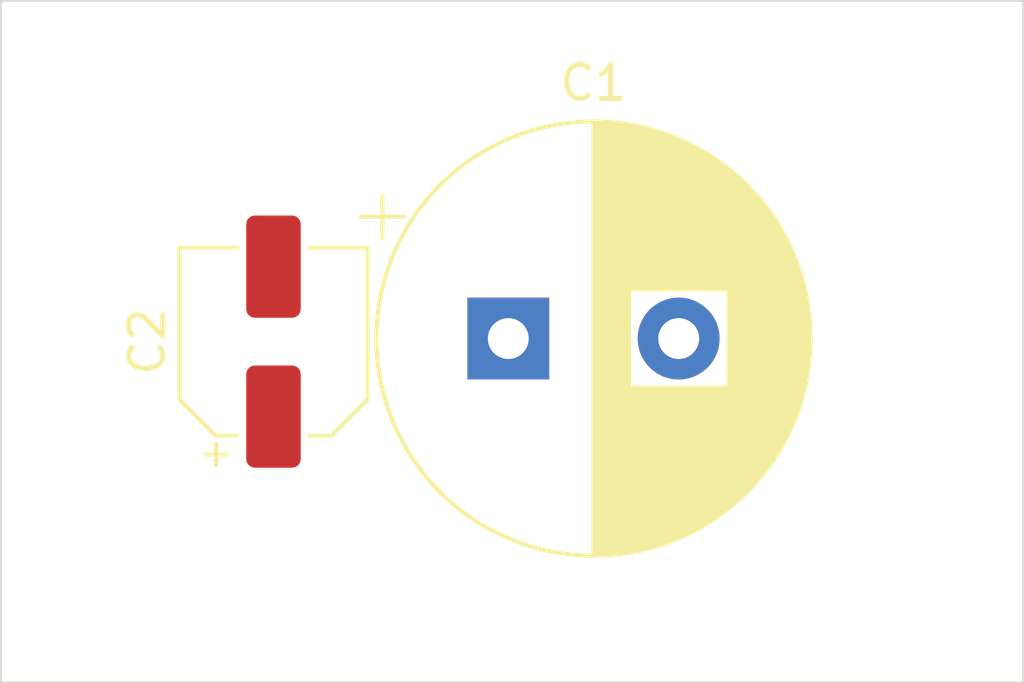
<source format=kicad_pcb>
(kicad_pcb (version 20241229) (generator "pcbnew") (generator_version "9.0")
  (layers (0 "F.Cu" signal) (2 "B.Cu" signal) (13 "F.Paste" user) (15 "B.Paste" user) (5 "F.SilkS" user "F.Silkscreen") (7 "B.SilkS" user "B.Silkscreen") (1 "F.Mask" user) (3 "B.Mask" user) (25 "Edge.Cuts" user))
  (net 0 "")
  (footprint "Capacitor_SMD:CP_Elec_5x5.7" (layer "F.Cu") (at 108 80 90)
    (property "Reference" "C2" (at 0 -3.7 90) (layer "F.SilkS"))
    (property "Value" "CP_Elec_5x5.7")
    (fp_line (start 2.76 -2.76) (end 2.76 -1.06) (stroke (width 0.12)) (layer "F.SilkS"))
    (fp_line (start -1.695563 -2.76) (end 2.76 -2.76) (stroke (width 0.12)) (layer "F.SilkS"))
    (fp_line (start -3.3125 -1.9975) (end -3.3125 -1.3725) (stroke (width 0.12)) (layer "F.SilkS"))
    (fp_line (start -2.76 -1.695563) (end -1.695563 -2.76) (stroke (width 0.12)) (layer "F.SilkS"))
    (fp_line (start -2.76 -1.695563) (end -2.76 -1.06) (stroke (width 0.12)) (layer "F.SilkS"))
    (fp_line (start -3.625 -1.685) (end -3 -1.685) (stroke (width 0.12)) (layer "F.SilkS"))
    (fp_line (start -2.76 1.695563) (end -2.76 1.06) (stroke (width 0.12)) (layer "F.SilkS"))
    (fp_line (start -2.76 1.695563) (end -1.695563 2.76) (stroke (width 0.12)) (layer "F.SilkS"))
    (fp_line (start 2.76 2.76) (end 2.76 1.06) (stroke (width 0.12)) (layer "F.SilkS"))
    (fp_line (start -1.695563 2.76) (end 2.76 2.76) (stroke (width 0.12)) (layer "F.SilkS"))
    (pad "1" smd roundrect (at -2.2 0 90) (size 3 1.6) (layers "F.Cu" "F.Mask" "F.Paste") (roundrect_rratio 0.15625))
    (pad "2" smd roundrect (at 2.2 0 90) (size 3 1.6) (layers "F.Cu" "F.Mask" "F.Paste") (roundrect_rratio 0.15625))
  )
  (footprint "Capacitor_THT:CP_Radial_D12.5mm_P5.00mm" (layer "F.Cu") (at 114.89 79.91)
    (property "Reference" "C1" (at 2.5 -7.5 0) (layer "F.SilkS"))
    (property "Value" "CP_Radial_D12.5mm_P5.00mm")
    (fp_line (start -4.317082 -3.575) (end -3.067082 -3.575) (stroke (width 0.12)) (layer "F.SilkS"))
    (fp_line (start -3.692082 -4.2) (end -3.692082 -2.95) (stroke (width 0.12)) (layer "F.SilkS"))
    (fp_line (start 2.5 -6.33) (end 2.5 6.33) (stroke (width 0.12)) (layer "F.SilkS"))
    (fp_line (start 2.54 -6.33) (end 2.54 6.33) (stroke (width 0.12)) (layer "F.SilkS"))
    (fp_line (start 2.58 -6.33) (end 2.58 6.33) (stroke (width 0.12)) (layer "F.SilkS"))
    (fp_line (start 2.62 -6.329) (end 2.62 6.329) (stroke (width 0.12)) (layer "F.SilkS"))
    (fp_line (start 2.66 -6.328) (end 2.66 6.328) (stroke (width 0.12)) (layer "F.SilkS"))
    (fp_line (start 2.7 -6.327) (end 2.7 6.327) (stroke (width 0.12)) (layer "F.SilkS"))
    (fp_line (start 2.74 -6.326) (end 2.74 6.326) (stroke (width 0.12)) (layer "F.SilkS"))
    (fp_line (start 2.78 -6.324) (end 2.78 6.324) (stroke (width 0.12)) (layer "F.SilkS"))
    (fp_line (start 2.82 -6.322) (end 2.82 6.322) (stroke (width 0.12)) (layer "F.SilkS"))
    (fp_line (start 2.86 -6.32) (end 2.86 6.32) (stroke (width 0.12)) (layer "F.SilkS"))
    (fp_line (start 2.9 -6.318) (end 2.9 6.318) (stroke (width 0.12)) (layer "F.SilkS"))
    (fp_line (start 2.94 -6.315) (end 2.94 6.315) (stroke (width 0.12)) (layer "F.SilkS"))
    (fp_line (start 2.98 -6.312) (end 2.98 6.312) (stroke (width 0.12)) (layer "F.SilkS"))
    (fp_line (start 3.02 -6.309) (end 3.02 6.309) (stroke (width 0.12)) (layer "F.SilkS"))
    (fp_line (start 3.06 -6.306) (end 3.06 6.306) (stroke (width 0.12)) (layer "F.SilkS"))
    (fp_line (start 3.1 -6.302) (end 3.1 6.302) (stroke (width 0.12)) (layer "F.SilkS"))
    (fp_line (start 3.14 -6.298) (end 3.14 6.298) (stroke (width 0.12)) (layer "F.SilkS"))
    (fp_line (start 3.18 -6.294) (end 3.18 6.294) (stroke (width 0.12)) (layer "F.SilkS"))
    (fp_line (start 3.221 -6.29) (end 3.221 6.29) (stroke (width 0.12)) (layer "F.SilkS"))
    (fp_line (start 3.261 -6.285) (end 3.261 6.285) (stroke (width 0.12)) (layer "F.SilkS"))
    (fp_line (start 3.301 -6.28) (end 3.301 6.28) (stroke (width 0.12)) (layer "F.SilkS"))
    (fp_line (start 3.341 -6.275) (end 3.341 6.275) (stroke (width 0.12)) (layer "F.SilkS"))
    (fp_line (start 3.381 -6.269) (end 3.381 6.269) (stroke (width 0.12)) (layer "F.SilkS"))
    (fp_line (start 3.421 -6.264) (end 3.421 6.264) (stroke (width 0.12)) (layer "F.SilkS"))
    (fp_line (start 3.461 -6.258) (end 3.461 6.258) (stroke (width 0.12)) (layer "F.SilkS"))
    (fp_line (start 3.501 -6.252) (end 3.501 6.252) (stroke (width 0.12)) (layer "F.SilkS"))
    (fp_line (start 3.541 -6.245) (end 3.541 6.245) (stroke (width 0.12)) (layer "F.SilkS"))
    (fp_line (start 3.581 -6.238) (end 3.581 -1.44) (stroke (width 0.12)) (layer "F.SilkS"))
    (fp_line (start 3.581 1.44) (end 3.581 6.238) (stroke (width 0.12)) (layer "F.SilkS"))
    (fp_line (start 3.621 -6.231) (end 3.621 -1.44) (stroke (width 0.12)) (layer "F.SilkS"))
    (fp_line (start 3.621 1.44) (end 3.621 6.231) (stroke (width 0.12)) (layer "F.SilkS"))
    (fp_line (start 3.661 -6.224) (end 3.661 -1.44) (stroke (width 0.12)) (layer "F.SilkS"))
    (fp_line (start 3.661 1.44) (end 3.661 6.224) (stroke (width 0.12)) (layer "F.SilkS"))
    (fp_line (start 3.701 -6.216) (end 3.701 -1.44) (stroke (width 0.12)) (layer "F.SilkS"))
    (fp_line (start 3.701 1.44) (end 3.701 6.216) (stroke (width 0.12)) (layer "F.SilkS"))
    (fp_line (start 3.741 -6.209) (end 3.741 -1.44) (stroke (width 0.12)) (layer "F.SilkS"))
    (fp_line (start 3.741 1.44) (end 3.741 6.209) (stroke (width 0.12)) (layer "F.SilkS"))
    (fp_line (start 3.781 -6.201) (end 3.781 -1.44) (stroke (width 0.12)) (layer "F.SilkS"))
    (fp_line (start 3.781 1.44) (end 3.781 6.201) (stroke (width 0.12)) (layer "F.SilkS"))
    (fp_line (start 3.821 -6.192) (end 3.821 -1.44) (stroke (width 0.12)) (layer "F.SilkS"))
    (fp_line (start 3.821 1.44) (end 3.821 6.192) (stroke (width 0.12)) (layer "F.SilkS"))
    (fp_line (start 3.861 -6.184) (end 3.861 -1.44) (stroke (width 0.12)) (layer "F.SilkS"))
    (fp_line (start 3.861 1.44) (end 3.861 6.184) (stroke (width 0.12)) (layer "F.SilkS"))
    (fp_line (start 3.901 -6.175) (end 3.901 -1.44) (stroke (width 0.12)) (layer "F.SilkS"))
    (fp_line (start 3.901 1.44) (end 3.901 6.175) (stroke (width 0.12)) (layer "F.SilkS"))
    (fp_line (start 3.941 -6.166) (end 3.941 -1.44) (stroke (width 0.12)) (layer "F.SilkS"))
    (fp_line (start 3.941 1.44) (end 3.941 6.166) (stroke (width 0.12)) (layer "F.SilkS"))
    (fp_line (start 3.981 -6.156) (end 3.981 -1.44) (stroke (width 0.12)) (layer "F.SilkS"))
    (fp_line (start 3.981 1.44) (end 3.981 6.156) (stroke (width 0.12)) (layer "F.SilkS"))
    (fp_line (start 4.021 -6.146) (end 4.021 -1.44) (stroke (width 0.12)) (layer "F.SilkS"))
    (fp_line (start 4.021 1.44) (end 4.021 6.146) (stroke (width 0.12)) (layer "F.SilkS"))
    (fp_line (start 4.061 -6.137) (end 4.061 -1.44) (stroke (width 0.12)) (layer "F.SilkS"))
    (fp_line (start 4.061 1.44) (end 4.061 6.137) (stroke (width 0.12)) (layer "F.SilkS"))
    (fp_line (start 4.101 -6.126) (end 4.101 -1.44) (stroke (width 0.12)) (layer "F.SilkS"))
    (fp_line (start 4.101 1.44) (end 4.101 6.126) (stroke (width 0.12)) (layer "F.SilkS"))
    (fp_line (start 4.141 -6.116) (end 4.141 -1.44) (stroke (width 0.12)) (layer "F.SilkS"))
    (fp_line (start 4.141 1.44) (end 4.141 6.116) (stroke (width 0.12)) (layer "F.SilkS"))
    (fp_line (start 4.181 -6.105) (end 4.181 -1.44) (stroke (width 0.12)) (layer "F.SilkS"))
    (fp_line (start 4.181 1.44) (end 4.181 6.105) (stroke (width 0.12)) (layer "F.SilkS"))
    (fp_line (start 4.221 -6.094) (end 4.221 -1.44) (stroke (width 0.12)) (layer "F.SilkS"))
    (fp_line (start 4.221 1.44) (end 4.221 6.094) (stroke (width 0.12)) (layer "F.SilkS"))
    (fp_line (start 4.261 -6.083) (end 4.261 -1.44) (stroke (width 0.12)) (layer "F.SilkS"))
    (fp_line (start 4.261 1.44) (end 4.261 6.083) (stroke (width 0.12)) (layer "F.SilkS"))
    (fp_line (start 4.301 -6.071) (end 4.301 -1.44) (stroke (width 0.12)) (layer "F.SilkS"))
    (fp_line (start 4.301 1.44) (end 4.301 6.071) (stroke (width 0.12)) (layer "F.SilkS"))
    (fp_line (start 4.341 -6.059) (end 4.341 -1.44) (stroke (width 0.12)) (layer "F.SilkS"))
    (fp_line (start 4.341 1.44) (end 4.341 6.059) (stroke (width 0.12)) (layer "F.SilkS"))
    (fp_line (start 4.381 -6.047) (end 4.381 -1.44) (stroke (width 0.12)) (layer "F.SilkS"))
    (fp_line (start 4.381 1.44) (end 4.381 6.047) (stroke (width 0.12)) (layer "F.SilkS"))
    (fp_line (start 4.421 -6.034) (end 4.421 -1.44) (stroke (width 0.12)) (layer "F.SilkS"))
    (fp_line (start 4.421 1.44) (end 4.421 6.034) (stroke (width 0.12)) (layer "F.SilkS"))
    (fp_line (start 4.461 -6.021) (end 4.461 -1.44) (stroke (width 0.12)) (layer "F.SilkS"))
    (fp_line (start 4.461 1.44) (end 4.461 6.021) (stroke (width 0.12)) (layer "F.SilkS"))
    (fp_line (start 4.501 -6.008) (end 4.501 -1.44) (stroke (width 0.12)) (layer "F.SilkS"))
    (fp_line (start 4.501 1.44) (end 4.501 6.008) (stroke (width 0.12)) (layer "F.SilkS"))
    (fp_line (start 4.541 -5.995) (end 4.541 -1.44) (stroke (width 0.12)) (layer "F.SilkS"))
    (fp_line (start 4.541 1.44) (end 4.541 5.995) (stroke (width 0.12)) (layer "F.SilkS"))
    (fp_line (start 4.581 -5.981) (end 4.581 -1.44) (stroke (width 0.12)) (layer "F.SilkS"))
    (fp_line (start 4.581 1.44) (end 4.581 5.981) (stroke (width 0.12)) (layer "F.SilkS"))
    (fp_line (start 4.621 -5.967) (end 4.621 -1.44) (stroke (width 0.12)) (layer "F.SilkS"))
    (fp_line (start 4.621 1.44) (end 4.621 5.967) (stroke (width 0.12)) (layer "F.SilkS"))
    (fp_line (start 4.661 -5.953) (end 4.661 -1.44) (stroke (width 0.12)) (layer "F.SilkS"))
    (fp_line (start 4.661 1.44) (end 4.661 5.953) (stroke (width 0.12)) (layer "F.SilkS"))
    (fp_line (start 4.701 -5.939) (end 4.701 -1.44) (stroke (width 0.12)) (layer "F.SilkS"))
    (fp_line (start 4.701 1.44) (end 4.701 5.939) (stroke (width 0.12)) (layer "F.SilkS"))
    (fp_line (start 4.741 -5.924) (end 4.741 -1.44) (stroke (width 0.12)) (layer "F.SilkS"))
    (fp_line (start 4.741 1.44) (end 4.741 5.924) (stroke (width 0.12)) (layer "F.SilkS"))
    (fp_line (start 4.781 -5.908) (end 4.781 -1.44) (stroke (width 0.12)) (layer "F.SilkS"))
    (fp_line (start 4.781 1.44) (end 4.781 5.908) (stroke (width 0.12)) (layer "F.SilkS"))
    (fp_line (start 4.821 -5.893) (end 4.821 -1.44) (stroke (width 0.12)) (layer "F.SilkS"))
    (fp_line (start 4.821 1.44) (end 4.821 5.893) (stroke (width 0.12)) (layer "F.SilkS"))
    (fp_line (start 4.861 -5.877) (end 4.861 -1.44) (stroke (width 0.12)) (layer "F.SilkS"))
    (fp_line (start 4.861 1.44) (end 4.861 5.877) (stroke (width 0.12)) (layer "F.SilkS"))
    (fp_line (start 4.901 -5.861) (end 4.901 -1.44) (stroke (width 0.12)) (layer "F.SilkS"))
    (fp_line (start 4.901 1.44) (end 4.901 5.861) (stroke (width 0.12)) (layer "F.SilkS"))
    (fp_line (start 4.941 -5.845) (end 4.941 -1.44) (stroke (width 0.12)) (layer "F.SilkS"))
    (fp_line (start 4.941 1.44) (end 4.941 5.845) (stroke (width 0.12)) (layer "F.SilkS"))
    (fp_line (start 4.981 -5.828) (end 4.981 -1.44) (stroke (width 0.12)) (layer "F.SilkS"))
    (fp_line (start 4.981 1.44) (end 4.981 5.828) (stroke (width 0.12)) (layer "F.SilkS"))
    (fp_line (start 5.021 -5.811) (end 5.021 -1.44) (stroke (width 0.12)) (layer "F.SilkS"))
    (fp_line (start 5.021 1.44) (end 5.021 5.811) (stroke (width 0.12)) (layer "F.SilkS"))
    (fp_line (start 5.061 -5.793) (end 5.061 -1.44) (stroke (width 0.12)) (layer "F.SilkS"))
    (fp_line (start 5.061 1.44) (end 5.061 5.793) (stroke (width 0.12)) (layer "F.SilkS"))
    (fp_line (start 5.101 -5.776) (end 5.101 -1.44) (stroke (width 0.12)) (layer "F.SilkS"))
    (fp_line (start 5.101 1.44) (end 5.101 5.776) (stroke (width 0.12)) (layer "F.SilkS"))
    (fp_line (start 5.141 -5.758) (end 5.141 -1.44) (stroke (width 0.12)) (layer "F.SilkS"))
    (fp_line (start 5.141 1.44) (end 5.141 5.758) (stroke (width 0.12)) (layer "F.SilkS"))
    (fp_line (start 5.181 -5.739) (end 5.181 -1.44) (stroke (width 0.12)) (layer "F.SilkS"))
    (fp_line (start 5.181 1.44) (end 5.181 5.739) (stroke (width 0.12)) (layer "F.SilkS"))
    (fp_line (start 5.221 -5.721) (end 5.221 -1.44) (stroke (width 0.12)) (layer "F.SilkS"))
    (fp_line (start 5.221 1.44) (end 5.221 5.721) (stroke (width 0.12)) (layer "F.SilkS"))
    (fp_line (start 5.261 -5.702) (end 5.261 -1.44) (stroke (width 0.12)) (layer "F.SilkS"))
    (fp_line (start 5.261 1.44) (end 5.261 5.702) (stroke (width 0.12)) (layer "F.SilkS"))
    (fp_line (start 5.301 -5.682) (end 5.301 -1.44) (stroke (width 0.12)) (layer "F.SilkS"))
    (fp_line (start 5.301 1.44) (end 5.301 5.682) (stroke (width 0.12)) (layer "F.SilkS"))
    (fp_line (start 5.341 -5.662) (end 5.341 -1.44) (stroke (width 0.12)) (layer "F.SilkS"))
    (fp_line (start 5.341 1.44) (end 5.341 5.662) (stroke (width 0.12)) (layer "F.SilkS"))
    (fp_line (start 5.381 -5.642) (end 5.381 -1.44) (stroke (width 0.12)) (layer "F.SilkS"))
    (fp_line (start 5.381 1.44) (end 5.381 5.642) (stroke (width 0.12)) (layer "F.SilkS"))
    (fp_line (start 5.421 -5.622) (end 5.421 -1.44) (stroke (width 0.12)) (layer "F.SilkS"))
    (fp_line (start 5.421 1.44) (end 5.421 5.622) (stroke (width 0.12)) (layer "F.SilkS"))
    (fp_line (start 5.461 -5.601) (end 5.461 -1.44) (stroke (width 0.12)) (layer "F.SilkS"))
    (fp_line (start 5.461 1.44) (end 5.461 5.601) (stroke (width 0.12)) (layer "F.SilkS"))
    (fp_line (start 5.501 -5.58) (end 5.501 -1.44) (stroke (width 0.12)) (layer "F.SilkS"))
    (fp_line (start 5.501 1.44) (end 5.501 5.58) (stroke (width 0.12)) (layer "F.SilkS"))
    (fp_line (start 5.541 -5.558) (end 5.541 -1.44) (stroke (width 0.12)) (layer "F.SilkS"))
    (fp_line (start 5.541 1.44) (end 5.541 5.558) (stroke (width 0.12)) (layer "F.SilkS"))
    (fp_line (start 5.581 -5.536) (end 5.581 -1.44) (stroke (width 0.12)) (layer "F.SilkS"))
    (fp_line (start 5.581 1.44) (end 5.581 5.536) (stroke (width 0.12)) (layer "F.SilkS"))
    (fp_line (start 5.621 -5.514) (end 5.621 -1.44) (stroke (width 0.12)) (layer "F.SilkS"))
    (fp_line (start 5.621 1.44) (end 5.621 5.514) (stroke (width 0.12)) (layer "F.SilkS"))
    (fp_line (start 5.661 -5.491) (end 5.661 -1.44) (stroke (width 0.12)) (layer "F.SilkS"))
    (fp_line (start 5.661 1.44) (end 5.661 5.491) (stroke (width 0.12)) (layer "F.SilkS"))
    (fp_line (start 5.701 -5.468) (end 5.701 -1.44) (stroke (width 0.12)) (layer "F.SilkS"))
    (fp_line (start 5.701 1.44) (end 5.701 5.468) (stroke (width 0.12)) (layer "F.SilkS"))
    (fp_line (start 5.741 -5.445) (end 5.741 -1.44) (stroke (width 0.12)) (layer "F.SilkS"))
    (fp_line (start 5.741 1.44) (end 5.741 5.445) (stroke (width 0.12)) (layer "F.SilkS"))
    (fp_line (start 5.781 -5.421) (end 5.781 -1.44) (stroke (width 0.12)) (layer "F.SilkS"))
    (fp_line (start 5.781 1.44) (end 5.781 5.421) (stroke (width 0.12)) (layer "F.SilkS"))
    (fp_line (start 5.821 -5.397) (end 5.821 -1.44) (stroke (width 0.12)) (layer "F.SilkS"))
    (fp_line (start 5.821 1.44) (end 5.821 5.397) (stroke (width 0.12)) (layer "F.SilkS"))
    (fp_line (start 5.861 -5.372) (end 5.861 -1.44) (stroke (width 0.12)) (layer "F.SilkS"))
    (fp_line (start 5.861 1.44) (end 5.861 5.372) (stroke (width 0.12)) (layer "F.SilkS"))
    (fp_line (start 5.901 -5.347) (end 5.901 -1.44) (stroke (width 0.12)) (layer "F.SilkS"))
    (fp_line (start 5.901 1.44) (end 5.901 5.347) (stroke (width 0.12)) (layer "F.SilkS"))
    (fp_line (start 5.941 -5.322) (end 5.941 -1.44) (stroke (width 0.12)) (layer "F.SilkS"))
    (fp_line (start 5.941 1.44) (end 5.941 5.322) (stroke (width 0.12)) (layer "F.SilkS"))
    (fp_line (start 5.981 -5.296) (end 5.981 -1.44) (stroke (width 0.12)) (layer "F.SilkS"))
    (fp_line (start 5.981 1.44) (end 5.981 5.296) (stroke (width 0.12)) (layer "F.SilkS"))
    (fp_line (start 6.021 -5.27) (end 6.021 -1.44) (stroke (width 0.12)) (layer "F.SilkS"))
    (fp_line (start 6.021 1.44) (end 6.021 5.27) (stroke (width 0.12)) (layer "F.SilkS"))
    (fp_line (start 6.061 -5.243) (end 6.061 -1.44) (stroke (width 0.12)) (layer "F.SilkS"))
    (fp_line (start 6.061 1.44) (end 6.061 5.243) (stroke (width 0.12)) (layer "F.SilkS"))
    (fp_line (start 6.101 -5.216) (end 6.101 -1.44) (stroke (width 0.12)) (layer "F.SilkS"))
    (fp_line (start 6.101 1.44) (end 6.101 5.216) (stroke (width 0.12)) (layer "F.SilkS"))
    (fp_line (start 6.141 -5.188) (end 6.141 -1.44) (stroke (width 0.12)) (layer "F.SilkS"))
    (fp_line (start 6.141 1.44) (end 6.141 5.188) (stroke (width 0.12)) (layer "F.SilkS"))
    (fp_line (start 6.181 -5.16) (end 6.181 -1.44) (stroke (width 0.12)) (layer "F.SilkS"))
    (fp_line (start 6.181 1.44) (end 6.181 5.16) (stroke (width 0.12)) (layer "F.SilkS"))
    (fp_line (start 6.221 -5.131) (end 6.221 -1.44) (stroke (width 0.12)) (layer "F.SilkS"))
    (fp_line (start 6.221 1.44) (end 6.221 5.131) (stroke (width 0.12)) (layer "F.SilkS"))
    (fp_line (start 6.261 -5.102) (end 6.261 -1.44) (stroke (width 0.12)) (layer "F.SilkS"))
    (fp_line (start 6.261 1.44) (end 6.261 5.102) (stroke (width 0.12)) (layer "F.SilkS"))
    (fp_line (start 6.301 -5.073) (end 6.301 -1.44) (stroke (width 0.12)) (layer "F.SilkS"))
    (fp_line (start 6.301 1.44) (end 6.301 5.073) (stroke (width 0.12)) (layer "F.SilkS"))
    (fp_line (start 6.341 -5.043) (end 6.341 -1.44) (stroke (width 0.12)) (layer "F.SilkS"))
    (fp_line (start 6.341 1.44) (end 6.341 5.043) (stroke (width 0.12)) (layer "F.SilkS"))
    (fp_line (start 6.381 -5.012) (end 6.381 -1.44) (stroke (width 0.12)) (layer "F.SilkS"))
    (fp_line (start 6.381 1.44) (end 6.381 5.012) (stroke (width 0.12)) (layer "F.SilkS"))
    (fp_line (start 6.421 -4.982) (end 6.421 -1.44) (stroke (width 0.12)) (layer "F.SilkS"))
    (fp_line (start 6.421 1.44) (end 6.421 4.982) (stroke (width 0.12)) (layer "F.SilkS"))
    (fp_line (start 6.461 -4.95) (end 6.461 4.95) (stroke (width 0.12)) (layer "F.SilkS"))
    (fp_line (start 6.501 -4.918) (end 6.501 4.918) (stroke (width 0.12)) (layer "F.SilkS"))
    (fp_line (start 6.541 -4.885) (end 6.541 4.885) (stroke (width 0.12)) (layer "F.SilkS"))
    (fp_line (start 6.581 -4.852) (end 6.581 4.852) (stroke (width 0.12)) (layer "F.SilkS"))
    (fp_line (start 6.621 -4.819) (end 6.621 4.819) (stroke (width 0.12)) (layer "F.SilkS"))
    (fp_line (start 6.661 -4.785) (end 6.661 4.785) (stroke (width 0.12)) (layer "F.SilkS"))
    (fp_line (start 6.701 -4.75) (end 6.701 4.75) (stroke (width 0.12)) (layer "F.SilkS"))
    (fp_line (start 6.741 -4.714) (end 6.741 4.714) (stroke (width 0.12)) (layer "F.SilkS"))
    (fp_line (start 6.781 -4.678) (end 6.781 4.678) (stroke (width 0.12)) (layer "F.SilkS"))
    (fp_line (start 6.821 -4.642) (end 6.821 4.642) (stroke (width 0.12)) (layer "F.SilkS"))
    (fp_line (start 6.861 -4.605) (end 6.861 4.605) (stroke (width 0.12)) (layer "F.SilkS"))
    (fp_line (start 6.901 -4.567) (end 6.901 4.567) (stroke (width 0.12)) (layer "F.SilkS"))
    (fp_line (start 6.941 -4.528) (end 6.941 4.528) (stroke (width 0.12)) (layer "F.SilkS"))
    (fp_line (start 6.981 -4.489) (end 6.981 4.489) (stroke (width 0.12)) (layer "F.SilkS"))
    (fp_line (start 7.021 -4.449) (end 7.021 4.449) (stroke (width 0.12)) (layer "F.SilkS"))
    (fp_line (start 7.061 -4.408) (end 7.061 4.408) (stroke (width 0.12)) (layer "F.SilkS"))
    (fp_line (start 7.101 -4.367) (end 7.101 4.367) (stroke (width 0.12)) (layer "F.SilkS"))
    (fp_line (start 7.141 -4.325) (end 7.141 4.325) (stroke (width 0.12)) (layer "F.SilkS"))
    (fp_line (start 7.181 -4.282) (end 7.181 4.282) (stroke (width 0.12)) (layer "F.SilkS"))
    (fp_line (start 7.221 -4.238) (end 7.221 4.238) (stroke (width 0.12)) (layer "F.SilkS"))
    (fp_line (start 7.261 -4.194) (end 7.261 4.194) (stroke (width 0.12)) (layer "F.SilkS"))
    (fp_line (start 7.301 -4.148) (end 7.301 4.148) (stroke (width 0.12)) (layer "F.SilkS"))
    (fp_line (start 7.341 -4.102) (end 7.341 4.102) (stroke (width 0.12)) (layer "F.SilkS"))
    (fp_line (start 7.381 -4.055) (end 7.381 4.055) (stroke (width 0.12)) (layer "F.SilkS"))
    (fp_line (start 7.421 -4.007) (end 7.421 4.007) (stroke (width 0.12)) (layer "F.SilkS"))
    (fp_line (start 7.461 -3.957) (end 7.461 3.957) (stroke (width 0.12)) (layer "F.SilkS"))
    (fp_line (start 7.501 -3.907) (end 7.501 3.907) (stroke (width 0.12)) (layer "F.SilkS"))
    (fp_line (start 7.541 -3.856) (end 7.541 3.856) (stroke (width 0.12)) (layer "F.SilkS"))
    (fp_line (start 7.581 -3.804) (end 7.581 3.804) (stroke (width 0.12)) (layer "F.SilkS"))
    (fp_line (start 7.621 -3.75) (end 7.621 3.75) (stroke (width 0.12)) (layer "F.SilkS"))
    (fp_line (start 7.661 -3.696) (end 7.661 3.696) (stroke (width 0.12)) (layer "F.SilkS"))
    (fp_line (start 7.701 -3.64) (end 7.701 3.64) (stroke (width 0.12)) (layer "F.SilkS"))
    (fp_line (start 7.741 -3.583) (end 7.741 3.583) (stroke (width 0.12)) (layer "F.SilkS"))
    (fp_line (start 7.781 -3.524) (end 7.781 3.524) (stroke (width 0.12)) (layer "F.SilkS"))
    (fp_line (start 7.821 -3.464) (end 7.821 3.464) (stroke (width 0.12)) (layer "F.SilkS"))
    (fp_line (start 7.861 -3.402) (end 7.861 3.402) (stroke (width 0.12)) (layer "F.SilkS"))
    (fp_line (start 7.901 -3.339) (end 7.901 3.339) (stroke (width 0.12)) (layer "F.SilkS"))
    (fp_line (start 7.941 -3.275) (end 7.941 3.275) (stroke (width 0.12)) (layer "F.SilkS"))
    (fp_line (start 7.981 -3.208) (end 7.981 3.208) (stroke (width 0.12)) (layer "F.SilkS"))
    (fp_line (start 8.021 -3.14) (end 8.021 3.14) (stroke (width 0.12)) (layer "F.SilkS"))
    (fp_line (start 8.061 -3.069) (end 8.061 3.069) (stroke (width 0.12)) (layer "F.SilkS"))
    (fp_line (start 8.101 -2.996) (end 8.101 2.996) (stroke (width 0.12)) (layer "F.SilkS"))
    (fp_line (start 8.141 -2.921) (end 8.141 2.921) (stroke (width 0.12)) (layer "F.SilkS"))
    (fp_line (start 8.181 -2.844) (end 8.181 2.844) (stroke (width 0.12)) (layer "F.SilkS"))
    (fp_line (start 8.221 -2.764) (end 8.221 2.764) (stroke (width 0.12)) (layer "F.SilkS"))
    (fp_line (start 8.261 -2.681) (end 8.261 2.681) (stroke (width 0.12)) (layer "F.SilkS"))
    (fp_line (start 8.301 -2.594) (end 8.301 2.594) (stroke (width 0.12)) (layer "F.SilkS"))
    (fp_line (start 8.341 -2.504) (end 8.341 2.504) (stroke (width 0.12)) (layer "F.SilkS"))
    (fp_line (start 8.381 -2.41) (end 8.381 2.41) (stroke (width 0.12)) (layer "F.SilkS"))
    (fp_line (start 8.421 -2.312) (end 8.421 2.312) (stroke (width 0.12)) (layer "F.SilkS"))
    (fp_line (start 8.461 -2.209) (end 8.461 2.209) (stroke (width 0.12)) (layer "F.SilkS"))
    (fp_line (start 8.501 -2.1) (end 8.501 2.1) (stroke (width 0.12)) (layer "F.SilkS"))
    (fp_line (start 8.541 -1.984) (end 8.541 1.984) (stroke (width 0.12)) (layer "F.SilkS"))
    (fp_line (start 8.581 -1.861) (end 8.581 1.861) (stroke (width 0.12)) (layer "F.SilkS"))
    (fp_line (start 8.621 -1.728) (end 8.621 1.728) (stroke (width 0.12)) (layer "F.SilkS"))
    (fp_line (start 8.661 -1.583) (end 8.661 1.583) (stroke (width 0.12)) (layer "F.SilkS"))
    (fp_line (start 8.701 -1.422) (end 8.701 1.422) (stroke (width 0.12)) (layer "F.SilkS"))
    (fp_line (start 8.741 -1.241) (end 8.741 1.241) (stroke (width 0.12)) (layer "F.SilkS"))
    (fp_line (start 8.781 -1.028) (end 8.781 1.028) (stroke (width 0.12)) (layer "F.SilkS"))
    (fp_line (start 8.821 -0.757) (end 8.821 0.757) (stroke (width 0.12)) (layer "F.SilkS"))
    (fp_line (start 8.861 -0.317) (end 8.861 0.317) (stroke (width 0.12)) (layer "F.SilkS"))
    (fp_circle (center 2.5 0) (end 8.87 0) (stroke (width 0.12)) (fill no) (layer "F.SilkS"))
    (pad "1" thru_hole rect (at 0 0) (size 2.4 2.4) (drill 1.2) (layers "*.Cu" "*.Mask"))
    (pad "2" thru_hole circle (at 5 0) (size 2.4 2.4) (drill 1.2) (layers "*.Cu" "*.Mask"))
  )
  (gr_line (start 100 90) (end 100 70) (stroke (width 0.05)) (layer "Edge.Cuts"))
  (gr_line (start 100 70) (end 130 70) (stroke (width 0.05)) (layer "Edge.Cuts"))
  (gr_line (start 130 70) (end 130 90) (stroke (width 0.05)) (layer "Edge.Cuts"))
  (gr_line (start 130 90) (end 100 90) (stroke (width 0.05)) (layer "Edge.Cuts"))
)
</source>
